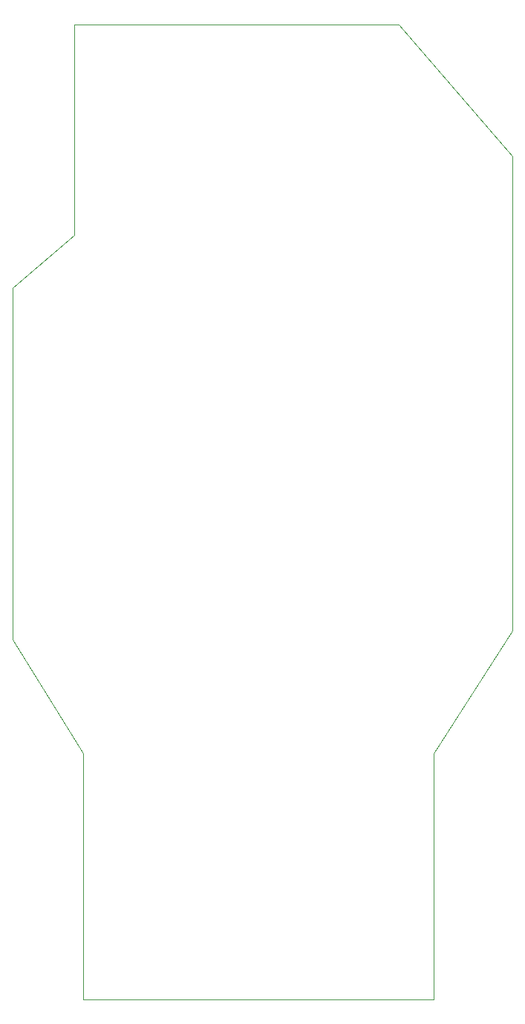
<source format=gbr>
%TF.GenerationSoftware,KiCad,Pcbnew,(6.0.9)*%
%TF.CreationDate,2023-04-01T15:31:10-08:00*%
%TF.ProjectId,SIM POWER PANEL,53494d20-504f-4574-9552-2050414e454c,3*%
%TF.SameCoordinates,Original*%
%TF.FileFunction,Profile,NP*%
%FSLAX46Y46*%
G04 Gerber Fmt 4.6, Leading zero omitted, Abs format (unit mm)*
G04 Created by KiCad (PCBNEW (6.0.9)) date 2023-04-01 15:31:10*
%MOMM*%
%LPD*%
G01*
G04 APERTURE LIST*
%TA.AperFunction,Profile*%
%ADD10C,0.050000*%
%TD*%
G04 APERTURE END LIST*
D10*
X216000000Y-48000000D02*
X253000000Y-48000000D01*
X209000000Y-78000000D02*
X216000000Y-72000000D01*
X257000000Y-159000000D02*
X257000000Y-131000000D01*
X209000000Y-118000000D02*
X209000000Y-78000000D01*
X217000000Y-131000000D02*
X209000000Y-118000000D01*
X266000000Y-117000000D02*
X266000000Y-63000000D01*
X257000000Y-131000000D02*
X266000000Y-117000000D01*
X253000000Y-48000000D02*
X266000000Y-63000000D01*
X217000000Y-159000000D02*
X257000000Y-159000000D01*
X217000000Y-159000000D02*
X217000000Y-131000000D01*
X216000000Y-72000000D02*
X216000000Y-48000000D01*
M02*

</source>
